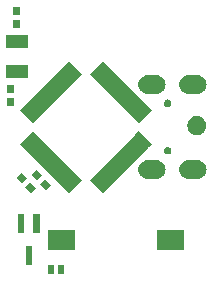
<source format=gbs>
G04 #@! TF.GenerationSoftware,KiCad,Pcbnew,5.0.1*
G04 #@! TF.CreationDate,2018-12-09T07:22:16-08:00*
G04 #@! TF.ProjectId,pmod-samd21-usbu,706D6F642D73616D6432312D75736275,rev?*
G04 #@! TF.SameCoordinates,PX8822960PY9c3a754*
G04 #@! TF.FileFunction,Soldermask,Bot*
G04 #@! TF.FilePolarity,Negative*
%FSLAX46Y46*%
G04 Gerber Fmt 4.6, Leading zero omitted, Abs format (unit mm)*
G04 Created by KiCad (PCBNEW 5.0.1) date Sun 09 Dec 2018 07:22:16 AM PST*
%MOMM*%
%LPD*%
G01*
G04 APERTURE LIST*
%ADD10C,0.100000*%
G04 APERTURE END LIST*
D10*
G36*
X5273000Y2176300D02*
X4771000Y2176300D01*
X4771000Y2878300D01*
X5273000Y2878300D01*
X5273000Y2176300D01*
X5273000Y2176300D01*
G37*
G36*
X4373000Y2176300D02*
X3871000Y2176300D01*
X3871000Y2878300D01*
X4373000Y2878300D01*
X4373000Y2176300D01*
X4373000Y2176300D01*
G37*
G36*
X2562000Y2936300D02*
X2010000Y2936300D01*
X2010000Y4538300D01*
X2562000Y4538300D01*
X2562000Y2936300D01*
X2562000Y2936300D01*
G37*
G36*
X6203000Y4216300D02*
X3921000Y4216300D01*
X3921000Y5918300D01*
X6203000Y5918300D01*
X6203000Y4216300D01*
X6203000Y4216300D01*
G37*
G36*
X15383000Y4216300D02*
X13101000Y4216300D01*
X13101000Y5918300D01*
X15383000Y5918300D01*
X15383000Y4216300D01*
X15383000Y4216300D01*
G37*
G36*
X1912000Y5596300D02*
X1360000Y5596300D01*
X1360000Y7198300D01*
X1912000Y7198300D01*
X1912000Y5596300D01*
X1912000Y5596300D01*
G37*
G36*
X3212000Y5596300D02*
X2660000Y5596300D01*
X2660000Y7198300D01*
X3212000Y7198300D01*
X3212000Y5596300D01*
X3212000Y5596300D01*
G37*
G36*
X12696023Y13181622D02*
X12430858Y12916457D01*
X12415312Y12897515D01*
X12403761Y12875904D01*
X12396648Y12852455D01*
X12395268Y12838441D01*
X8543891Y8987064D01*
X7446461Y10084494D01*
X11247160Y13885193D01*
X11262706Y13904135D01*
X11274257Y13925746D01*
X11281370Y13949195D01*
X11282750Y13963209D01*
X11598593Y14279052D01*
X12696023Y13181622D01*
X12696023Y13181622D01*
G37*
G36*
X6777539Y10084494D02*
X5680109Y8987064D01*
X1506764Y13160409D01*
X2604194Y14257839D01*
X6777539Y10084494D01*
X6777539Y10084494D01*
G37*
G36*
X2881943Y9469036D02*
X2456264Y9043357D01*
X1959875Y9539746D01*
X2385554Y9965425D01*
X2881943Y9469036D01*
X2881943Y9469036D01*
G37*
G36*
X4151943Y9723036D02*
X3726264Y9297357D01*
X3229875Y9793746D01*
X3655554Y10219425D01*
X4151943Y9723036D01*
X4151943Y9723036D01*
G37*
G36*
X2104125Y10246854D02*
X1678446Y9821175D01*
X1182057Y10317564D01*
X1607736Y10743243D01*
X2104125Y10246854D01*
X2104125Y10246854D01*
G37*
G36*
X3374125Y10500854D02*
X2948446Y10075175D01*
X2452057Y10571564D01*
X2877736Y10997243D01*
X3374125Y10500854D01*
X3374125Y10500854D01*
G37*
G36*
X16680585Y11789330D02*
X16831572Y11743528D01*
X16970725Y11669150D01*
X17092693Y11569053D01*
X17192790Y11447085D01*
X17267168Y11307932D01*
X17312970Y11156945D01*
X17328435Y10999920D01*
X17312970Y10842895D01*
X17267168Y10691908D01*
X17192790Y10552755D01*
X17092693Y10430787D01*
X16970725Y10330690D01*
X16831572Y10256312D01*
X16680585Y10210510D01*
X16562906Y10198920D01*
X15784214Y10198920D01*
X15666535Y10210510D01*
X15515548Y10256312D01*
X15376395Y10330690D01*
X15254427Y10430787D01*
X15154330Y10552755D01*
X15079952Y10691908D01*
X15034150Y10842895D01*
X15018685Y10999920D01*
X15034150Y11156945D01*
X15079952Y11307932D01*
X15154330Y11447085D01*
X15254427Y11569053D01*
X15376395Y11669150D01*
X15515548Y11743528D01*
X15666535Y11789330D01*
X15784214Y11800920D01*
X16562906Y11800920D01*
X16680585Y11789330D01*
X16680585Y11789330D01*
G37*
G36*
X13210585Y11789330D02*
X13361572Y11743528D01*
X13500725Y11669150D01*
X13622693Y11569053D01*
X13722790Y11447085D01*
X13797168Y11307932D01*
X13842970Y11156945D01*
X13858435Y10999920D01*
X13842970Y10842895D01*
X13797168Y10691908D01*
X13722790Y10552755D01*
X13622693Y10430787D01*
X13500725Y10330690D01*
X13361572Y10256312D01*
X13210585Y10210510D01*
X13092906Y10198920D01*
X12314214Y10198920D01*
X12196535Y10210510D01*
X12045548Y10256312D01*
X11906395Y10330690D01*
X11784427Y10430787D01*
X11684330Y10552755D01*
X11609952Y10691908D01*
X11564150Y10842895D01*
X11548685Y10999920D01*
X11564150Y11156945D01*
X11609952Y11307932D01*
X11684330Y11447085D01*
X11784427Y11569053D01*
X11906395Y11669150D01*
X12045548Y11743528D01*
X12196535Y11789330D01*
X12314214Y11800920D01*
X13092906Y11800920D01*
X13210585Y11789330D01*
X13210585Y11789330D01*
G37*
G36*
X14118651Y12913392D02*
X14177980Y12888817D01*
X14231374Y12853140D01*
X14276780Y12807734D01*
X14312457Y12754340D01*
X14337032Y12695011D01*
X14349560Y12632028D01*
X14349560Y12567812D01*
X14337032Y12504829D01*
X14312457Y12445500D01*
X14276780Y12392106D01*
X14231374Y12346700D01*
X14177980Y12311023D01*
X14118651Y12286448D01*
X14055668Y12273920D01*
X13991452Y12273920D01*
X13928469Y12286448D01*
X13869140Y12311023D01*
X13815746Y12346700D01*
X13770340Y12392106D01*
X13734663Y12445500D01*
X13710088Y12504829D01*
X13697560Y12567812D01*
X13697560Y12632028D01*
X13710088Y12695011D01*
X13734663Y12754340D01*
X13770340Y12807734D01*
X13815746Y12853140D01*
X13869140Y12888817D01*
X13928469Y12913392D01*
X13991452Y12925920D01*
X14055668Y12925920D01*
X14118651Y12913392D01*
X14118651Y12913392D01*
G37*
G36*
X16743643Y15489519D02*
X16889415Y15429138D01*
X17020611Y15341476D01*
X17132176Y15229911D01*
X17219838Y15098715D01*
X17280219Y14952943D01*
X17311000Y14798193D01*
X17311000Y14640407D01*
X17280219Y14485657D01*
X17219838Y14339885D01*
X17132176Y14208689D01*
X17020611Y14097124D01*
X16889415Y14009462D01*
X16743643Y13949081D01*
X16588893Y13918300D01*
X16431107Y13918300D01*
X16276357Y13949081D01*
X16130585Y14009462D01*
X15999389Y14097124D01*
X15887824Y14208689D01*
X15800162Y14339885D01*
X15739781Y14485657D01*
X15709000Y14640407D01*
X15709000Y14798193D01*
X15739781Y14952943D01*
X15800162Y15098715D01*
X15887824Y15229911D01*
X15999389Y15341476D01*
X16130585Y15429138D01*
X16276357Y15489519D01*
X16431107Y15520300D01*
X16588893Y15520300D01*
X16743643Y15489519D01*
X16743643Y15489519D01*
G37*
G36*
X6777539Y19100106D02*
X2604194Y14926761D01*
X1506764Y16024191D01*
X5680109Y20197536D01*
X6777539Y19100106D01*
X6777539Y19100106D01*
G37*
G36*
X12717236Y16024191D02*
X11619806Y14926761D01*
X7446461Y19100106D01*
X8543891Y20197536D01*
X12717236Y16024191D01*
X12717236Y16024191D01*
G37*
G36*
X14118651Y16913392D02*
X14177980Y16888817D01*
X14231374Y16853140D01*
X14276780Y16807734D01*
X14312457Y16754340D01*
X14337032Y16695011D01*
X14349560Y16632028D01*
X14349560Y16567812D01*
X14337032Y16504829D01*
X14312457Y16445500D01*
X14276780Y16392106D01*
X14231374Y16346700D01*
X14177980Y16311023D01*
X14118651Y16286448D01*
X14055668Y16273920D01*
X13991452Y16273920D01*
X13928469Y16286448D01*
X13869140Y16311023D01*
X13815746Y16346700D01*
X13770340Y16392106D01*
X13734663Y16445500D01*
X13710088Y16504829D01*
X13697560Y16567812D01*
X13697560Y16632028D01*
X13710088Y16695011D01*
X13734663Y16754340D01*
X13770340Y16807734D01*
X13815746Y16853140D01*
X13869140Y16888817D01*
X13928469Y16913392D01*
X13991452Y16925920D01*
X14055668Y16925920D01*
X14118651Y16913392D01*
X14118651Y16913392D01*
G37*
G36*
X1063000Y16358300D02*
X461000Y16358300D01*
X461000Y17060300D01*
X1063000Y17060300D01*
X1063000Y16358300D01*
X1063000Y16358300D01*
G37*
G36*
X16680585Y18989330D02*
X16831572Y18943528D01*
X16970725Y18869150D01*
X17092693Y18769053D01*
X17192790Y18647085D01*
X17267168Y18507932D01*
X17312970Y18356945D01*
X17328435Y18199920D01*
X17312970Y18042895D01*
X17267168Y17891908D01*
X17192790Y17752755D01*
X17092693Y17630787D01*
X16970725Y17530690D01*
X16831572Y17456312D01*
X16680585Y17410510D01*
X16562906Y17398920D01*
X15784214Y17398920D01*
X15666535Y17410510D01*
X15515548Y17456312D01*
X15376395Y17530690D01*
X15254427Y17630787D01*
X15154330Y17752755D01*
X15079952Y17891908D01*
X15034150Y18042895D01*
X15018685Y18199920D01*
X15034150Y18356945D01*
X15079952Y18507932D01*
X15154330Y18647085D01*
X15254427Y18769053D01*
X15376395Y18869150D01*
X15515548Y18943528D01*
X15666535Y18989330D01*
X15784214Y19000920D01*
X16562906Y19000920D01*
X16680585Y18989330D01*
X16680585Y18989330D01*
G37*
G36*
X13210585Y18989330D02*
X13361572Y18943528D01*
X13500725Y18869150D01*
X13622693Y18769053D01*
X13722790Y18647085D01*
X13797168Y18507932D01*
X13842970Y18356945D01*
X13858435Y18199920D01*
X13842970Y18042895D01*
X13797168Y17891908D01*
X13722790Y17752755D01*
X13622693Y17630787D01*
X13500725Y17530690D01*
X13361572Y17456312D01*
X13210585Y17410510D01*
X13092906Y17398920D01*
X12314214Y17398920D01*
X12196535Y17410510D01*
X12045548Y17456312D01*
X11906395Y17530690D01*
X11784427Y17630787D01*
X11684330Y17752755D01*
X11609952Y17891908D01*
X11564150Y18042895D01*
X11548685Y18199920D01*
X11564150Y18356945D01*
X11609952Y18507932D01*
X11684330Y18647085D01*
X11784427Y18769053D01*
X11906395Y18869150D01*
X12045548Y18943528D01*
X12196535Y18989330D01*
X12314214Y19000920D01*
X13092906Y19000920D01*
X13210585Y18989330D01*
X13210585Y18989330D01*
G37*
G36*
X1063000Y17458300D02*
X461000Y17458300D01*
X461000Y18160300D01*
X1063000Y18160300D01*
X1063000Y17458300D01*
X1063000Y17458300D01*
G37*
G36*
X2221000Y18760300D02*
X319000Y18760300D01*
X319000Y19862300D01*
X2221000Y19862300D01*
X2221000Y18760300D01*
X2221000Y18760300D01*
G37*
G36*
X2221000Y21260300D02*
X319000Y21260300D01*
X319000Y22362300D01*
X2221000Y22362300D01*
X2221000Y21260300D01*
X2221000Y21260300D01*
G37*
G36*
X1571000Y22962300D02*
X969000Y22962300D01*
X969000Y23664300D01*
X1571000Y23664300D01*
X1571000Y22962300D01*
X1571000Y22962300D01*
G37*
G36*
X1571000Y24062300D02*
X969000Y24062300D01*
X969000Y24764300D01*
X1571000Y24764300D01*
X1571000Y24062300D01*
X1571000Y24062300D01*
G37*
M02*

</source>
